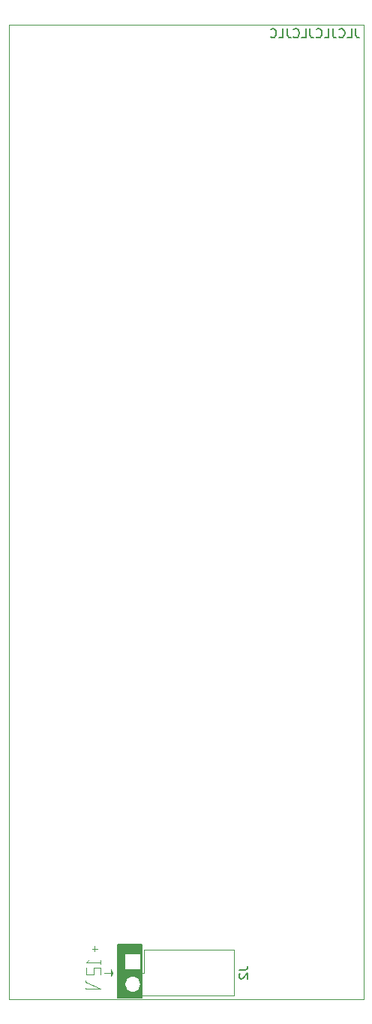
<source format=gbo>
G04 #@! TF.GenerationSoftware,KiCad,Pcbnew,(6.0.1)*
G04 #@! TF.CreationDate,2022-09-12T17:39:58+02:00*
G04 #@! TF.ProjectId,Basic-DC-mixer,42617369-632d-4444-932d-6d697865722e,rev?*
G04 #@! TF.SameCoordinates,Original*
G04 #@! TF.FileFunction,Legend,Bot*
G04 #@! TF.FilePolarity,Positive*
%FSLAX46Y46*%
G04 Gerber Fmt 4.6, Leading zero omitted, Abs format (unit mm)*
G04 Created by KiCad (PCBNEW (6.0.1)) date 2022-09-12 17:39:58*
%MOMM*%
%LPD*%
G01*
G04 APERTURE LIST*
%ADD10C,0.120000*%
%ADD11C,0.150000*%
G04 #@! TA.AperFunction,Profile*
%ADD12C,0.050000*%
G04 #@! TD*
%ADD13C,4.000000*%
%ADD14C,1.800000*%
%ADD15R,1.600000X1.600000*%
%ADD16C,1.600000*%
%ADD17O,3.700000X2.400000*%
%ADD18O,1.600000X1.600000*%
%ADD19R,1.800000X1.800000*%
%ADD20R,1.930000X1.830000*%
%ADD21C,2.130000*%
%ADD22R,1.700000X1.700000*%
%ADD23O,1.700000X1.700000*%
G04 APERTURE END LIST*
D10*
X38650000Y-139800000D02*
X40350000Y-139800000D01*
X40350000Y-138200000D02*
X40350000Y-137400000D01*
X39550000Y-138200000D02*
X38750000Y-138200000D01*
X40350000Y-139800000D02*
X38650000Y-139000000D01*
X38750000Y-138200000D02*
X38750000Y-137400000D01*
X40350000Y-136800000D02*
X40350000Y-136600000D01*
X39550000Y-137400000D02*
X39550000Y-138200000D01*
X39650000Y-135600000D02*
X39650000Y-135000000D01*
X38650000Y-139700000D02*
X38650000Y-139800000D01*
X41700000Y-138000000D02*
X41500000Y-137600000D01*
X41500000Y-137600000D02*
X41500000Y-138400000D01*
X41500000Y-138400000D02*
X41700000Y-138000000D01*
G36*
X41700000Y-138000000D02*
G01*
X41500000Y-138400000D01*
X41500000Y-137600000D01*
X41700000Y-138000000D01*
G37*
X41700000Y-138000000D02*
X41500000Y-138400000D01*
X41500000Y-137600000D01*
X41700000Y-138000000D01*
X40350000Y-137400000D02*
X39550000Y-137400000D01*
X38750000Y-136800000D02*
X39050000Y-136500000D01*
X38650000Y-138900000D02*
X38650000Y-139000000D01*
X39950000Y-135300000D02*
X39350000Y-135300000D01*
X40700000Y-138000000D02*
X41700000Y-138000000D01*
D11*
X45000000Y-134800000D02*
X45000000Y-140800000D01*
X45000000Y-140800000D02*
X42250000Y-140800000D01*
X42250000Y-140800000D02*
X42250000Y-134800000D01*
X42250000Y-134800000D02*
X45000000Y-134800000D01*
G36*
X45000000Y-140800000D02*
G01*
X42250000Y-140800000D01*
X42250000Y-134800000D01*
X45000000Y-134800000D01*
X45000000Y-140800000D01*
G37*
X45000000Y-140800000D02*
X42250000Y-140800000D01*
X42250000Y-134800000D01*
X45000000Y-134800000D01*
X45000000Y-140800000D01*
D10*
X40350000Y-136800000D02*
X38750000Y-136800000D01*
X40350000Y-137000000D02*
X40350000Y-136800000D01*
D12*
X69999999Y-31000000D02*
X70000000Y-141000000D01*
X30000000Y-31000000D02*
X30000000Y-141000000D01*
X30000000Y-31000000D02*
X69999999Y-31000000D01*
X30000000Y-141000000D02*
X70000000Y-141000000D01*
D11*
X69119047Y-31452380D02*
X69119047Y-32166666D01*
X69166666Y-32309523D01*
X69261904Y-32404761D01*
X69404761Y-32452380D01*
X69500000Y-32452380D01*
X68166666Y-32452380D02*
X68642857Y-32452380D01*
X68642857Y-31452380D01*
X67261904Y-32357142D02*
X67309523Y-32404761D01*
X67452380Y-32452380D01*
X67547619Y-32452380D01*
X67690476Y-32404761D01*
X67785714Y-32309523D01*
X67833333Y-32214285D01*
X67880952Y-32023809D01*
X67880952Y-31880952D01*
X67833333Y-31690476D01*
X67785714Y-31595238D01*
X67690476Y-31500000D01*
X67547619Y-31452380D01*
X67452380Y-31452380D01*
X67309523Y-31500000D01*
X67261904Y-31547619D01*
X66547619Y-31452380D02*
X66547619Y-32166666D01*
X66595238Y-32309523D01*
X66690476Y-32404761D01*
X66833333Y-32452380D01*
X66928571Y-32452380D01*
X65595238Y-32452380D02*
X66071428Y-32452380D01*
X66071428Y-31452380D01*
X64690476Y-32357142D02*
X64738095Y-32404761D01*
X64880952Y-32452380D01*
X64976190Y-32452380D01*
X65119047Y-32404761D01*
X65214285Y-32309523D01*
X65261904Y-32214285D01*
X65309523Y-32023809D01*
X65309523Y-31880952D01*
X65261904Y-31690476D01*
X65214285Y-31595238D01*
X65119047Y-31500000D01*
X64976190Y-31452380D01*
X64880952Y-31452380D01*
X64738095Y-31500000D01*
X64690476Y-31547619D01*
X63976190Y-31452380D02*
X63976190Y-32166666D01*
X64023809Y-32309523D01*
X64119047Y-32404761D01*
X64261904Y-32452380D01*
X64357142Y-32452380D01*
X63023809Y-32452380D02*
X63500000Y-32452380D01*
X63500000Y-31452380D01*
X62119047Y-32357142D02*
X62166666Y-32404761D01*
X62309523Y-32452380D01*
X62404761Y-32452380D01*
X62547619Y-32404761D01*
X62642857Y-32309523D01*
X62690476Y-32214285D01*
X62738095Y-32023809D01*
X62738095Y-31880952D01*
X62690476Y-31690476D01*
X62642857Y-31595238D01*
X62547619Y-31500000D01*
X62404761Y-31452380D01*
X62309523Y-31452380D01*
X62166666Y-31500000D01*
X62119047Y-31547619D01*
X61404761Y-31452380D02*
X61404761Y-32166666D01*
X61452380Y-32309523D01*
X61547619Y-32404761D01*
X61690476Y-32452380D01*
X61785714Y-32452380D01*
X60452380Y-32452380D02*
X60928571Y-32452380D01*
X60928571Y-31452380D01*
X59547619Y-32357142D02*
X59595238Y-32404761D01*
X59738095Y-32452380D01*
X59833333Y-32452380D01*
X59976190Y-32404761D01*
X60071428Y-32309523D01*
X60119047Y-32214285D01*
X60166666Y-32023809D01*
X60166666Y-31880952D01*
X60119047Y-31690476D01*
X60071428Y-31595238D01*
X59976190Y-31500000D01*
X59833333Y-31452380D01*
X59738095Y-31452380D01*
X59595238Y-31500000D01*
X59547619Y-31547619D01*
X55952380Y-137661666D02*
X56666666Y-137661666D01*
X56809523Y-137614047D01*
X56904761Y-137518809D01*
X56952380Y-137375952D01*
X56952380Y-137280714D01*
X56047619Y-138090238D02*
X56000000Y-138137857D01*
X55952380Y-138233095D01*
X55952380Y-138471190D01*
X56000000Y-138566428D01*
X56047619Y-138614047D01*
X56142857Y-138661666D01*
X56238095Y-138661666D01*
X56380952Y-138614047D01*
X56952380Y-138042619D01*
X56952380Y-138661666D01*
D10*
X42595000Y-137995000D02*
X42595000Y-140595000D01*
X45195000Y-137995000D02*
X42595000Y-137995000D01*
X42595000Y-140595000D02*
X55415000Y-140595000D01*
X45195000Y-135395000D02*
X45195000Y-137995000D01*
X55415000Y-135395000D02*
X55415000Y-140595000D01*
X42595000Y-135395000D02*
X42595000Y-136725000D01*
X43925000Y-135395000D02*
X42595000Y-135395000D01*
X45195000Y-135395000D02*
X55415000Y-135395000D01*
%LPC*%
D13*
X65400000Y-85550000D03*
X56600000Y-85550000D03*
D14*
X63500000Y-92550000D03*
X61000000Y-92550000D03*
X58500000Y-92550000D03*
D13*
X65400000Y-108050000D03*
X56600000Y-108050000D03*
D14*
X63500000Y-115050000D03*
X61000000Y-115050000D03*
X58500000Y-115050000D03*
D15*
X32044888Y-120500000D03*
D16*
X34044888Y-120500000D03*
D17*
X44100000Y-102800000D03*
X44100000Y-107500000D03*
X44100000Y-112200000D03*
X48900000Y-102800000D03*
X48900000Y-107500000D03*
X48900000Y-112200000D03*
D16*
X42500000Y-133580000D03*
D18*
X42500000Y-123420000D03*
D19*
X45225000Y-72500000D03*
D14*
X47765000Y-72500000D03*
D16*
X68080000Y-118500000D03*
D18*
X57920000Y-118500000D03*
D16*
X68080000Y-96000000D03*
D18*
X57920000Y-96000000D03*
D13*
X65400000Y-63050000D03*
X56600000Y-63050000D03*
D14*
X63500000Y-70050000D03*
X61000000Y-70050000D03*
X58500000Y-70050000D03*
D16*
X31920000Y-48500000D03*
D18*
X42080000Y-48500000D03*
D16*
X31920000Y-116000000D03*
D18*
X42080000Y-116000000D03*
D19*
X45225000Y-95000000D03*
D14*
X47765000Y-95000000D03*
D20*
X55000000Y-122000000D03*
D21*
X55000000Y-133400000D03*
X55000000Y-125100000D03*
D16*
X31920000Y-71000000D03*
D18*
X42080000Y-71000000D03*
D20*
X35500000Y-101000000D03*
D21*
X35500000Y-112400000D03*
X35500000Y-104100000D03*
D16*
X48500000Y-133580000D03*
D18*
X48500000Y-123420000D03*
D17*
X44100000Y-35300000D03*
X44100000Y-40000000D03*
X44100000Y-44700000D03*
X48900000Y-35300000D03*
X48900000Y-40000000D03*
X48900000Y-44700000D03*
D13*
X56600000Y-40550000D03*
X65400000Y-40550000D03*
D14*
X63500000Y-47550000D03*
X61000000Y-47550000D03*
X58500000Y-47550000D03*
D16*
X31920000Y-93500000D03*
D18*
X42080000Y-93500000D03*
D19*
X45225000Y-117500000D03*
D14*
X47765000Y-117500000D03*
D16*
X68080000Y-73500000D03*
D18*
X57920000Y-73500000D03*
D16*
X68080000Y-51000000D03*
D18*
X57920000Y-51000000D03*
D20*
X35500000Y-56000000D03*
D21*
X35500000Y-67400000D03*
X35500000Y-59100000D03*
D17*
X44100000Y-80300000D03*
X44100000Y-85000000D03*
X44100000Y-89700000D03*
X48900000Y-80300000D03*
X48900000Y-85000000D03*
X48900000Y-89700000D03*
X44100000Y-57800000D03*
X44100000Y-62500000D03*
X44100000Y-67200000D03*
X48900000Y-57800000D03*
X48900000Y-62500000D03*
X48900000Y-67200000D03*
D20*
X35500000Y-33500000D03*
D21*
X35500000Y-44900000D03*
X35500000Y-36600000D03*
D16*
X45500000Y-123420000D03*
D18*
X45500000Y-133580000D03*
D19*
X45225000Y-50000000D03*
D14*
X47765000Y-50000000D03*
D15*
X34044888Y-137500000D03*
D16*
X36044888Y-137500000D03*
D20*
X35500000Y-78500000D03*
D21*
X35500000Y-89900000D03*
X35500000Y-81600000D03*
D15*
X31700000Y-132800000D03*
D18*
X34240000Y-132800000D03*
X36780000Y-132800000D03*
X39320000Y-132800000D03*
X39320000Y-125180000D03*
X36780000Y-125180000D03*
X34240000Y-125180000D03*
X31700000Y-125180000D03*
D20*
X65000000Y-122000000D03*
D21*
X65000000Y-133400000D03*
X65000000Y-125100000D03*
D22*
X43925000Y-136725000D03*
D23*
X43925000Y-139265000D03*
X46465000Y-136725000D03*
X46465000Y-139265000D03*
X49005000Y-136725000D03*
X49005000Y-139265000D03*
X51545000Y-136725000D03*
X51545000Y-139265000D03*
X54085000Y-136725000D03*
X54085000Y-139265000D03*
M02*

</source>
